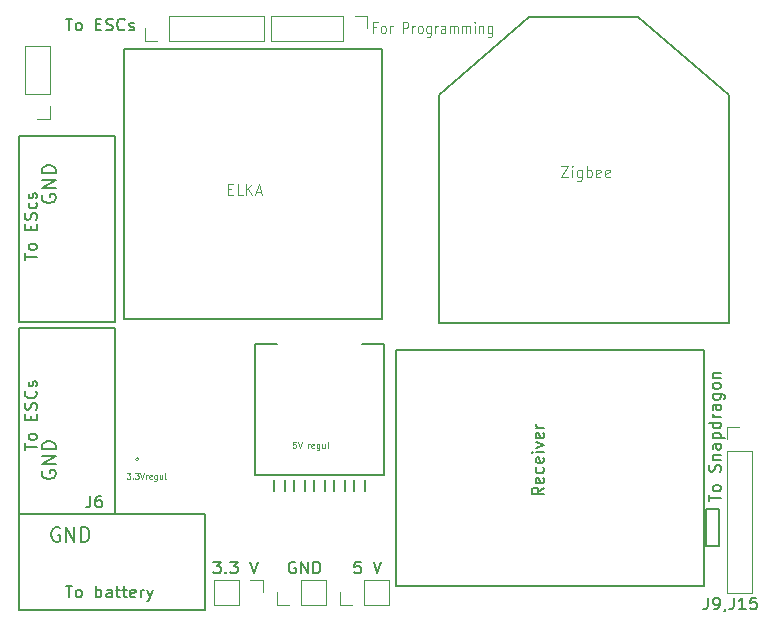
<source format=gbr>
G04 #@! TF.GenerationSoftware,KiCad,Pcbnew,5.0.0-rc3-unknown-3e22e5c~65~ubuntu16.04.1*
G04 #@! TF.CreationDate,2018-07-11T23:18:04-04:00*
G04 #@! TF.ProjectId,Phoenix_schema_new,50686F656E69785F736368656D615F6E,rev?*
G04 #@! TF.SameCoordinates,Original*
G04 #@! TF.FileFunction,Legend,Top*
G04 #@! TF.FilePolarity,Positive*
%FSLAX46Y46*%
G04 Gerber Fmt 4.6, Leading zero omitted, Abs format (unit mm)*
G04 Created by KiCad (PCBNEW 5.0.0-rc3-unknown-3e22e5c~65~ubuntu16.04.1) date Wed Jul 11 23:18:04 2018*
%MOMM*%
%LPD*%
G01*
G04 APERTURE LIST*
%ADD10C,0.200000*%
%ADD11C,0.150000*%
%ADD12C,0.120000*%
%ADD13C,0.152400*%
%ADD14C,0.100000*%
%ADD15C,0.050000*%
G04 APERTURE END LIST*
D10*
X133350000Y-73914000D02*
X111506000Y-73914000D01*
X133350000Y-96774000D02*
X133350000Y-73914000D01*
X111506000Y-96774000D02*
X133350000Y-96774000D01*
X111506000Y-73914000D02*
X111506000Y-96774000D01*
X104556000Y-86258285D02*
X104498857Y-86372571D01*
X104498857Y-86544000D01*
X104556000Y-86715428D01*
X104670285Y-86829714D01*
X104784571Y-86886857D01*
X105013142Y-86944000D01*
X105184571Y-86944000D01*
X105413142Y-86886857D01*
X105527428Y-86829714D01*
X105641714Y-86715428D01*
X105698857Y-86544000D01*
X105698857Y-86429714D01*
X105641714Y-86258285D01*
X105584571Y-86201142D01*
X105184571Y-86201142D01*
X105184571Y-86429714D01*
X105698857Y-85686857D02*
X104498857Y-85686857D01*
X105698857Y-85001142D01*
X104498857Y-85001142D01*
X105698857Y-84429714D02*
X104498857Y-84429714D01*
X104498857Y-84144000D01*
X104556000Y-83972571D01*
X104670285Y-83858285D01*
X104784571Y-83801142D01*
X105013142Y-83744000D01*
X105184571Y-83744000D01*
X105413142Y-83801142D01*
X105527428Y-83858285D01*
X105641714Y-83972571D01*
X105698857Y-84144000D01*
X105698857Y-84429714D01*
X104556000Y-109626285D02*
X104498857Y-109740571D01*
X104498857Y-109912000D01*
X104556000Y-110083428D01*
X104670285Y-110197714D01*
X104784571Y-110254857D01*
X105013142Y-110312000D01*
X105184571Y-110312000D01*
X105413142Y-110254857D01*
X105527428Y-110197714D01*
X105641714Y-110083428D01*
X105698857Y-109912000D01*
X105698857Y-109797714D01*
X105641714Y-109626285D01*
X105584571Y-109569142D01*
X105184571Y-109569142D01*
X105184571Y-109797714D01*
X105698857Y-109054857D02*
X104498857Y-109054857D01*
X105698857Y-108369142D01*
X104498857Y-108369142D01*
X105698857Y-107797714D02*
X104498857Y-107797714D01*
X104498857Y-107512000D01*
X104556000Y-107340571D01*
X104670285Y-107226285D01*
X104784571Y-107169142D01*
X105013142Y-107112000D01*
X105184571Y-107112000D01*
X105413142Y-107169142D01*
X105527428Y-107226285D01*
X105641714Y-107340571D01*
X105698857Y-107512000D01*
X105698857Y-107797714D01*
X106019714Y-114462000D02*
X105905428Y-114404857D01*
X105734000Y-114404857D01*
X105562571Y-114462000D01*
X105448285Y-114576285D01*
X105391142Y-114690571D01*
X105334000Y-114919142D01*
X105334000Y-115090571D01*
X105391142Y-115319142D01*
X105448285Y-115433428D01*
X105562571Y-115547714D01*
X105734000Y-115604857D01*
X105848285Y-115604857D01*
X106019714Y-115547714D01*
X106076857Y-115490571D01*
X106076857Y-115090571D01*
X105848285Y-115090571D01*
X106591142Y-115604857D02*
X106591142Y-114404857D01*
X107276857Y-115604857D01*
X107276857Y-114404857D01*
X107848285Y-115604857D02*
X107848285Y-114404857D01*
X108134000Y-114404857D01*
X108305428Y-114462000D01*
X108419714Y-114576285D01*
X108476857Y-114690571D01*
X108534000Y-114919142D01*
X108534000Y-115090571D01*
X108476857Y-115319142D01*
X108419714Y-115433428D01*
X108305428Y-115547714D01*
X108134000Y-115604857D01*
X107848285Y-115604857D01*
D11*
G04 #@! TO.C,Zigbee*
X162712400Y-77774800D02*
X162712400Y-97129600D01*
X162712400Y-97129600D02*
X138176000Y-97129600D01*
X138176000Y-97129600D02*
X138176000Y-77825600D01*
X154990800Y-71221600D02*
X162712400Y-77774800D01*
X138176000Y-77825600D02*
X145745200Y-71170800D01*
X145745200Y-71170800D02*
X154990800Y-71170800D01*
D12*
G04 #@! TO.C,To ESCs*
X123360000Y-73196000D02*
X123360000Y-71076000D01*
X115300000Y-73196000D02*
X123360000Y-73196000D01*
X115300000Y-71076000D02*
X123360000Y-71076000D01*
X115300000Y-73196000D02*
X115300000Y-71076000D01*
X114300000Y-73196000D02*
X113240000Y-73196000D01*
X113240000Y-73196000D02*
X113240000Y-72136000D01*
D11*
G04 #@! TO.C,To EScs*
X110744000Y-81280000D02*
X102616000Y-81280000D01*
X102616000Y-81280000D02*
X102616000Y-81407000D01*
X110744000Y-81280000D02*
X110744000Y-97028000D01*
X110744000Y-97028000D02*
X102616000Y-97028000D01*
X102616000Y-97028000D02*
X102616000Y-81407000D01*
G04 #@! TO.C,R1*
X134518400Y-99364800D02*
X134518400Y-119380000D01*
X134518400Y-119380000D02*
X160578800Y-119380000D01*
X160578800Y-119380000D02*
X160578800Y-99364800D01*
X160578800Y-99364800D02*
X134518400Y-99364800D01*
X161747200Y-112877600D02*
X161848800Y-112877600D01*
X161848800Y-112877600D02*
X161848800Y-115824000D01*
X161848800Y-115824000D02*
X161848800Y-115874800D01*
X161848800Y-115874800D02*
X161848800Y-115976400D01*
X161848800Y-115976400D02*
X160731200Y-115976400D01*
X160731200Y-115976400D02*
X160731200Y-112877600D01*
X160731200Y-112877600D02*
X161391600Y-112877600D01*
X161290000Y-112877600D02*
X161747200Y-112877600D01*
G04 #@! TO.C,J1*
X102616000Y-113284000D02*
X110744000Y-113284000D01*
X110744000Y-113284000D02*
X110744000Y-113157000D01*
X102616000Y-113284000D02*
X102616000Y-97536000D01*
X102616000Y-97536000D02*
X110744000Y-97536000D01*
X110744000Y-97536000D02*
X110744000Y-113157000D01*
D12*
G04 #@! TO.C,J16*
X123940000Y-71076000D02*
X123940000Y-73196000D01*
X130000000Y-71076000D02*
X123940000Y-71076000D01*
X130000000Y-73196000D02*
X123940000Y-73196000D01*
X130000000Y-71076000D02*
X130000000Y-73196000D01*
X131000000Y-71076000D02*
X132060000Y-71076000D01*
X132060000Y-71076000D02*
X132060000Y-72136000D01*
G04 #@! TO.C,J3*
X119114000Y-118828000D02*
X119114000Y-120948000D01*
X121174000Y-118828000D02*
X119114000Y-118828000D01*
X121174000Y-120948000D02*
X119114000Y-120948000D01*
X121174000Y-118828000D02*
X121174000Y-120948000D01*
X122174000Y-118828000D02*
X123234000Y-118828000D01*
X123234000Y-118828000D02*
X123234000Y-119888000D01*
G04 #@! TO.C,J4*
X128536000Y-120948000D02*
X128536000Y-118828000D01*
X126476000Y-120948000D02*
X128536000Y-120948000D01*
X126476000Y-118828000D02*
X128536000Y-118828000D01*
X126476000Y-120948000D02*
X126476000Y-118828000D01*
X125476000Y-120948000D02*
X124416000Y-120948000D01*
X124416000Y-120948000D02*
X124416000Y-119888000D01*
G04 #@! TO.C,J5*
X133870000Y-120948000D02*
X133870000Y-118828000D01*
X131810000Y-120948000D02*
X133870000Y-120948000D01*
X131810000Y-118828000D02*
X133870000Y-118828000D01*
X131810000Y-120948000D02*
X131810000Y-118828000D01*
X130810000Y-120948000D02*
X129750000Y-120948000D01*
X129750000Y-120948000D02*
X129750000Y-119888000D01*
D11*
G04 #@! TO.C,J6*
X102616000Y-113284000D02*
X102616000Y-121412000D01*
X102616000Y-121412000D02*
X102743000Y-121412000D01*
X102616000Y-113284000D02*
X118364000Y-113284000D01*
X118364000Y-113284000D02*
X118364000Y-121412000D01*
X118364000Y-121412000D02*
X102743000Y-121412000D01*
D12*
G04 #@! TO.C,J9\002CJ15*
X162516000Y-119994000D02*
X164636000Y-119994000D01*
X162516000Y-107934000D02*
X162516000Y-119994000D01*
X164636000Y-107934000D02*
X164636000Y-119994000D01*
X162516000Y-107934000D02*
X164636000Y-107934000D01*
X162516000Y-106934000D02*
X162516000Y-105874000D01*
X162516000Y-105874000D02*
X163576000Y-105874000D01*
D13*
G04 #@! TO.C,*
X124155200Y-110426500D02*
X124155200Y-111340900D01*
X125857000Y-110426500D02*
X125857000Y-111340900D01*
X127558800Y-110426500D02*
X127558800Y-111340900D01*
X129260600Y-110426500D02*
X129260600Y-111340900D01*
X130962400Y-110426500D02*
X130962400Y-111340900D01*
X125069600Y-110426500D02*
X125069600Y-111340900D01*
X126771400Y-110426500D02*
X126771400Y-111340900D01*
X128473200Y-110426500D02*
X128473200Y-111340900D01*
X130175000Y-110426500D02*
X130175000Y-111340900D01*
X131876800Y-110426500D02*
X131876800Y-111340900D01*
X122555000Y-109943900D02*
X133477000Y-109943900D01*
X133477000Y-109943900D02*
X133477000Y-98844100D01*
X133477000Y-98844100D02*
X131625340Y-98844100D01*
X122555000Y-98844100D02*
X122555000Y-109943900D01*
X124406660Y-98844100D02*
X122555000Y-98844100D01*
D14*
X112740000Y-108632000D02*
G75*
G03X112740000Y-108632000I-150000J0D01*
G01*
D12*
X105200000Y-73680000D02*
X103080000Y-73680000D01*
X105200000Y-77740000D02*
X105200000Y-73680000D01*
X103080000Y-77740000D02*
X103080000Y-73680000D01*
X105200000Y-77740000D02*
X103080000Y-77740000D01*
X105200000Y-78740000D02*
X105200000Y-79800000D01*
X105200000Y-79800000D02*
X104140000Y-79800000D01*
G04 #@! TO.C,Zigbee*
D15*
X148471200Y-83780380D02*
X149071200Y-83780380D01*
X148471200Y-84780380D01*
X149071200Y-84780380D01*
X149414057Y-84780380D02*
X149414057Y-84113714D01*
X149414057Y-83780380D02*
X149371200Y-83828000D01*
X149414057Y-83875619D01*
X149456914Y-83828000D01*
X149414057Y-83780380D01*
X149414057Y-83875619D01*
X150228342Y-84113714D02*
X150228342Y-84923238D01*
X150185485Y-85018476D01*
X150142628Y-85066095D01*
X150056914Y-85113714D01*
X149928342Y-85113714D01*
X149842628Y-85066095D01*
X150228342Y-84732761D02*
X150142628Y-84780380D01*
X149971200Y-84780380D01*
X149885485Y-84732761D01*
X149842628Y-84685142D01*
X149799771Y-84589904D01*
X149799771Y-84304190D01*
X149842628Y-84208952D01*
X149885485Y-84161333D01*
X149971200Y-84113714D01*
X150142628Y-84113714D01*
X150228342Y-84161333D01*
X150656914Y-84780380D02*
X150656914Y-83780380D01*
X150656914Y-84161333D02*
X150742628Y-84113714D01*
X150914057Y-84113714D01*
X150999771Y-84161333D01*
X151042628Y-84208952D01*
X151085485Y-84304190D01*
X151085485Y-84589904D01*
X151042628Y-84685142D01*
X150999771Y-84732761D01*
X150914057Y-84780380D01*
X150742628Y-84780380D01*
X150656914Y-84732761D01*
X151814057Y-84732761D02*
X151728342Y-84780380D01*
X151556914Y-84780380D01*
X151471200Y-84732761D01*
X151428342Y-84637523D01*
X151428342Y-84256571D01*
X151471200Y-84161333D01*
X151556914Y-84113714D01*
X151728342Y-84113714D01*
X151814057Y-84161333D01*
X151856914Y-84256571D01*
X151856914Y-84351809D01*
X151428342Y-84447047D01*
X152585485Y-84732761D02*
X152499771Y-84780380D01*
X152328342Y-84780380D01*
X152242628Y-84732761D01*
X152199771Y-84637523D01*
X152199771Y-84256571D01*
X152242628Y-84161333D01*
X152328342Y-84113714D01*
X152499771Y-84113714D01*
X152585485Y-84161333D01*
X152628342Y-84256571D01*
X152628342Y-84351809D01*
X152199771Y-84447047D01*
G04 #@! TO.C,To ESCs*
D11*
X106521619Y-71334380D02*
X107093047Y-71334380D01*
X106807333Y-72334380D02*
X106807333Y-71334380D01*
X107569238Y-72334380D02*
X107474000Y-72286761D01*
X107426380Y-72239142D01*
X107378761Y-72143904D01*
X107378761Y-71858190D01*
X107426380Y-71762952D01*
X107474000Y-71715333D01*
X107569238Y-71667714D01*
X107712095Y-71667714D01*
X107807333Y-71715333D01*
X107854952Y-71762952D01*
X107902571Y-71858190D01*
X107902571Y-72143904D01*
X107854952Y-72239142D01*
X107807333Y-72286761D01*
X107712095Y-72334380D01*
X107569238Y-72334380D01*
X109093047Y-71810571D02*
X109426380Y-71810571D01*
X109569238Y-72334380D02*
X109093047Y-72334380D01*
X109093047Y-71334380D01*
X109569238Y-71334380D01*
X109950190Y-72286761D02*
X110093047Y-72334380D01*
X110331142Y-72334380D01*
X110426380Y-72286761D01*
X110474000Y-72239142D01*
X110521619Y-72143904D01*
X110521619Y-72048666D01*
X110474000Y-71953428D01*
X110426380Y-71905809D01*
X110331142Y-71858190D01*
X110140666Y-71810571D01*
X110045428Y-71762952D01*
X109997809Y-71715333D01*
X109950190Y-71620095D01*
X109950190Y-71524857D01*
X109997809Y-71429619D01*
X110045428Y-71382000D01*
X110140666Y-71334380D01*
X110378761Y-71334380D01*
X110521619Y-71382000D01*
X111521619Y-72239142D02*
X111474000Y-72286761D01*
X111331142Y-72334380D01*
X111235904Y-72334380D01*
X111093047Y-72286761D01*
X110997809Y-72191523D01*
X110950190Y-72096285D01*
X110902571Y-71905809D01*
X110902571Y-71762952D01*
X110950190Y-71572476D01*
X110997809Y-71477238D01*
X111093047Y-71382000D01*
X111235904Y-71334380D01*
X111331142Y-71334380D01*
X111474000Y-71382000D01*
X111521619Y-71429619D01*
X111902571Y-72286761D02*
X111997809Y-72334380D01*
X112188285Y-72334380D01*
X112283523Y-72286761D01*
X112331142Y-72191523D01*
X112331142Y-72143904D01*
X112283523Y-72048666D01*
X112188285Y-72001047D01*
X112045428Y-72001047D01*
X111950190Y-71953428D01*
X111902571Y-71858190D01*
X111902571Y-71810571D01*
X111950190Y-71715333D01*
X112045428Y-71667714D01*
X112188285Y-71667714D01*
X112283523Y-71715333D01*
G04 #@! TO.C,ELKA*
D15*
X120273142Y-85780571D02*
X120573142Y-85780571D01*
X120701714Y-86304380D02*
X120273142Y-86304380D01*
X120273142Y-85304380D01*
X120701714Y-85304380D01*
X121516000Y-86304380D02*
X121087428Y-86304380D01*
X121087428Y-85304380D01*
X121816000Y-86304380D02*
X121816000Y-85304380D01*
X122330285Y-86304380D02*
X121944571Y-85732952D01*
X122330285Y-85304380D02*
X121816000Y-85875809D01*
X122673142Y-86018666D02*
X123101714Y-86018666D01*
X122587428Y-86304380D02*
X122887428Y-85304380D01*
X123187428Y-86304380D01*
G04 #@! TO.C,To EScs*
D11*
X103084380Y-91780952D02*
X103084380Y-91209523D01*
X104084380Y-91495238D02*
X103084380Y-91495238D01*
X104084380Y-90733333D02*
X104036761Y-90828571D01*
X103989142Y-90876190D01*
X103893904Y-90923809D01*
X103608190Y-90923809D01*
X103512952Y-90876190D01*
X103465333Y-90828571D01*
X103417714Y-90733333D01*
X103417714Y-90590476D01*
X103465333Y-90495238D01*
X103512952Y-90447619D01*
X103608190Y-90400000D01*
X103893904Y-90400000D01*
X103989142Y-90447619D01*
X104036761Y-90495238D01*
X104084380Y-90590476D01*
X104084380Y-90733333D01*
X103560571Y-89209523D02*
X103560571Y-88876190D01*
X104084380Y-88733333D02*
X104084380Y-89209523D01*
X103084380Y-89209523D01*
X103084380Y-88733333D01*
X104036761Y-88352380D02*
X104084380Y-88209523D01*
X104084380Y-87971428D01*
X104036761Y-87876190D01*
X103989142Y-87828571D01*
X103893904Y-87780952D01*
X103798666Y-87780952D01*
X103703428Y-87828571D01*
X103655809Y-87876190D01*
X103608190Y-87971428D01*
X103560571Y-88161904D01*
X103512952Y-88257142D01*
X103465333Y-88304761D01*
X103370095Y-88352380D01*
X103274857Y-88352380D01*
X103179619Y-88304761D01*
X103132000Y-88257142D01*
X103084380Y-88161904D01*
X103084380Y-87923809D01*
X103132000Y-87780952D01*
X104036761Y-86923809D02*
X104084380Y-87019047D01*
X104084380Y-87209523D01*
X104036761Y-87304761D01*
X103989142Y-87352380D01*
X103893904Y-87400000D01*
X103608190Y-87400000D01*
X103512952Y-87352380D01*
X103465333Y-87304761D01*
X103417714Y-87209523D01*
X103417714Y-87019047D01*
X103465333Y-86923809D01*
X104036761Y-86542857D02*
X104084380Y-86447619D01*
X104084380Y-86257142D01*
X104036761Y-86161904D01*
X103941523Y-86114285D01*
X103893904Y-86114285D01*
X103798666Y-86161904D01*
X103751047Y-86257142D01*
X103751047Y-86400000D01*
X103703428Y-86495238D01*
X103608190Y-86542857D01*
X103560571Y-86542857D01*
X103465333Y-86495238D01*
X103417714Y-86400000D01*
X103417714Y-86257142D01*
X103465333Y-86161904D01*
G04 #@! TO.C,R1*
X147010380Y-111045333D02*
X146534190Y-111378666D01*
X147010380Y-111616761D02*
X146010380Y-111616761D01*
X146010380Y-111235809D01*
X146058000Y-111140571D01*
X146105619Y-111092952D01*
X146200857Y-111045333D01*
X146343714Y-111045333D01*
X146438952Y-111092952D01*
X146486571Y-111140571D01*
X146534190Y-111235809D01*
X146534190Y-111616761D01*
X146962761Y-110235809D02*
X147010380Y-110331047D01*
X147010380Y-110521523D01*
X146962761Y-110616761D01*
X146867523Y-110664380D01*
X146486571Y-110664380D01*
X146391333Y-110616761D01*
X146343714Y-110521523D01*
X146343714Y-110331047D01*
X146391333Y-110235809D01*
X146486571Y-110188190D01*
X146581809Y-110188190D01*
X146677047Y-110664380D01*
X146962761Y-109331047D02*
X147010380Y-109426285D01*
X147010380Y-109616761D01*
X146962761Y-109712000D01*
X146915142Y-109759619D01*
X146819904Y-109807238D01*
X146534190Y-109807238D01*
X146438952Y-109759619D01*
X146391333Y-109712000D01*
X146343714Y-109616761D01*
X146343714Y-109426285D01*
X146391333Y-109331047D01*
X146962761Y-108521523D02*
X147010380Y-108616761D01*
X147010380Y-108807238D01*
X146962761Y-108902476D01*
X146867523Y-108950095D01*
X146486571Y-108950095D01*
X146391333Y-108902476D01*
X146343714Y-108807238D01*
X146343714Y-108616761D01*
X146391333Y-108521523D01*
X146486571Y-108473904D01*
X146581809Y-108473904D01*
X146677047Y-108950095D01*
X147010380Y-108045333D02*
X146343714Y-108045333D01*
X146010380Y-108045333D02*
X146058000Y-108092952D01*
X146105619Y-108045333D01*
X146058000Y-107997714D01*
X146010380Y-108045333D01*
X146105619Y-108045333D01*
X146343714Y-107664380D02*
X147010380Y-107426285D01*
X146343714Y-107188190D01*
X146962761Y-106426285D02*
X147010380Y-106521523D01*
X147010380Y-106712000D01*
X146962761Y-106807238D01*
X146867523Y-106854857D01*
X146486571Y-106854857D01*
X146391333Y-106807238D01*
X146343714Y-106712000D01*
X146343714Y-106521523D01*
X146391333Y-106426285D01*
X146486571Y-106378666D01*
X146581809Y-106378666D01*
X146677047Y-106854857D01*
X147010380Y-105950095D02*
X146343714Y-105950095D01*
X146534190Y-105950095D02*
X146438952Y-105902476D01*
X146391333Y-105854857D01*
X146343714Y-105759619D01*
X146343714Y-105664380D01*
G04 #@! TO.C,J1*
X106521714Y-119340380D02*
X107093142Y-119340380D01*
X106807428Y-120340380D02*
X106807428Y-119340380D01*
X107569333Y-120340380D02*
X107474095Y-120292761D01*
X107426476Y-120245142D01*
X107378857Y-120149904D01*
X107378857Y-119864190D01*
X107426476Y-119768952D01*
X107474095Y-119721333D01*
X107569333Y-119673714D01*
X107712190Y-119673714D01*
X107807428Y-119721333D01*
X107855047Y-119768952D01*
X107902666Y-119864190D01*
X107902666Y-120149904D01*
X107855047Y-120245142D01*
X107807428Y-120292761D01*
X107712190Y-120340380D01*
X107569333Y-120340380D01*
X109093142Y-120340380D02*
X109093142Y-119340380D01*
X109093142Y-119721333D02*
X109188380Y-119673714D01*
X109378857Y-119673714D01*
X109474095Y-119721333D01*
X109521714Y-119768952D01*
X109569333Y-119864190D01*
X109569333Y-120149904D01*
X109521714Y-120245142D01*
X109474095Y-120292761D01*
X109378857Y-120340380D01*
X109188380Y-120340380D01*
X109093142Y-120292761D01*
X110426476Y-120340380D02*
X110426476Y-119816571D01*
X110378857Y-119721333D01*
X110283619Y-119673714D01*
X110093142Y-119673714D01*
X109997904Y-119721333D01*
X110426476Y-120292761D02*
X110331238Y-120340380D01*
X110093142Y-120340380D01*
X109997904Y-120292761D01*
X109950285Y-120197523D01*
X109950285Y-120102285D01*
X109997904Y-120007047D01*
X110093142Y-119959428D01*
X110331238Y-119959428D01*
X110426476Y-119911809D01*
X110759809Y-119673714D02*
X111140761Y-119673714D01*
X110902666Y-119340380D02*
X110902666Y-120197523D01*
X110950285Y-120292761D01*
X111045523Y-120340380D01*
X111140761Y-120340380D01*
X111331238Y-119673714D02*
X111712190Y-119673714D01*
X111474095Y-119340380D02*
X111474095Y-120197523D01*
X111521714Y-120292761D01*
X111616952Y-120340380D01*
X111712190Y-120340380D01*
X112426476Y-120292761D02*
X112331238Y-120340380D01*
X112140761Y-120340380D01*
X112045523Y-120292761D01*
X111997904Y-120197523D01*
X111997904Y-119816571D01*
X112045523Y-119721333D01*
X112140761Y-119673714D01*
X112331238Y-119673714D01*
X112426476Y-119721333D01*
X112474095Y-119816571D01*
X112474095Y-119911809D01*
X111997904Y-120007047D01*
X112902666Y-120340380D02*
X112902666Y-119673714D01*
X112902666Y-119864190D02*
X112950285Y-119768952D01*
X112997904Y-119721333D01*
X113093142Y-119673714D01*
X113188380Y-119673714D01*
X113426476Y-119673714D02*
X113664571Y-120340380D01*
X113902666Y-119673714D02*
X113664571Y-120340380D01*
X113569333Y-120578476D01*
X113521714Y-120626095D01*
X113426476Y-120673714D01*
G04 #@! TO.C,J16*
D12*
X132842095Y-72064571D02*
X132575428Y-72064571D01*
X132575428Y-72588380D02*
X132575428Y-71588380D01*
X132956380Y-71588380D01*
X133375428Y-72588380D02*
X133299238Y-72540761D01*
X133261142Y-72493142D01*
X133223047Y-72397904D01*
X133223047Y-72112190D01*
X133261142Y-72016952D01*
X133299238Y-71969333D01*
X133375428Y-71921714D01*
X133489714Y-71921714D01*
X133565904Y-71969333D01*
X133604000Y-72016952D01*
X133642095Y-72112190D01*
X133642095Y-72397904D01*
X133604000Y-72493142D01*
X133565904Y-72540761D01*
X133489714Y-72588380D01*
X133375428Y-72588380D01*
X133984952Y-72588380D02*
X133984952Y-71921714D01*
X133984952Y-72112190D02*
X134023047Y-72016952D01*
X134061142Y-71969333D01*
X134137333Y-71921714D01*
X134213523Y-71921714D01*
X135089714Y-72588380D02*
X135089714Y-71588380D01*
X135394476Y-71588380D01*
X135470666Y-71636000D01*
X135508761Y-71683619D01*
X135546857Y-71778857D01*
X135546857Y-71921714D01*
X135508761Y-72016952D01*
X135470666Y-72064571D01*
X135394476Y-72112190D01*
X135089714Y-72112190D01*
X135889714Y-72588380D02*
X135889714Y-71921714D01*
X135889714Y-72112190D02*
X135927809Y-72016952D01*
X135965904Y-71969333D01*
X136042095Y-71921714D01*
X136118285Y-71921714D01*
X136499238Y-72588380D02*
X136423047Y-72540761D01*
X136384952Y-72493142D01*
X136346857Y-72397904D01*
X136346857Y-72112190D01*
X136384952Y-72016952D01*
X136423047Y-71969333D01*
X136499238Y-71921714D01*
X136613523Y-71921714D01*
X136689714Y-71969333D01*
X136727809Y-72016952D01*
X136765904Y-72112190D01*
X136765904Y-72397904D01*
X136727809Y-72493142D01*
X136689714Y-72540761D01*
X136613523Y-72588380D01*
X136499238Y-72588380D01*
X137451619Y-71921714D02*
X137451619Y-72731238D01*
X137413523Y-72826476D01*
X137375428Y-72874095D01*
X137299238Y-72921714D01*
X137184952Y-72921714D01*
X137108761Y-72874095D01*
X137451619Y-72540761D02*
X137375428Y-72588380D01*
X137223047Y-72588380D01*
X137146857Y-72540761D01*
X137108761Y-72493142D01*
X137070666Y-72397904D01*
X137070666Y-72112190D01*
X137108761Y-72016952D01*
X137146857Y-71969333D01*
X137223047Y-71921714D01*
X137375428Y-71921714D01*
X137451619Y-71969333D01*
X137832571Y-72588380D02*
X137832571Y-71921714D01*
X137832571Y-72112190D02*
X137870666Y-72016952D01*
X137908761Y-71969333D01*
X137984952Y-71921714D01*
X138061142Y-71921714D01*
X138670666Y-72588380D02*
X138670666Y-72064571D01*
X138632571Y-71969333D01*
X138556380Y-71921714D01*
X138404000Y-71921714D01*
X138327809Y-71969333D01*
X138670666Y-72540761D02*
X138594476Y-72588380D01*
X138404000Y-72588380D01*
X138327809Y-72540761D01*
X138289714Y-72445523D01*
X138289714Y-72350285D01*
X138327809Y-72255047D01*
X138404000Y-72207428D01*
X138594476Y-72207428D01*
X138670666Y-72159809D01*
X139051619Y-72588380D02*
X139051619Y-71921714D01*
X139051619Y-72016952D02*
X139089714Y-71969333D01*
X139165904Y-71921714D01*
X139280190Y-71921714D01*
X139356380Y-71969333D01*
X139394476Y-72064571D01*
X139394476Y-72588380D01*
X139394476Y-72064571D02*
X139432571Y-71969333D01*
X139508761Y-71921714D01*
X139623047Y-71921714D01*
X139699238Y-71969333D01*
X139737333Y-72064571D01*
X139737333Y-72588380D01*
X140118285Y-72588380D02*
X140118285Y-71921714D01*
X140118285Y-72016952D02*
X140156380Y-71969333D01*
X140232571Y-71921714D01*
X140346857Y-71921714D01*
X140423047Y-71969333D01*
X140461142Y-72064571D01*
X140461142Y-72588380D01*
X140461142Y-72064571D02*
X140499238Y-71969333D01*
X140575428Y-71921714D01*
X140689714Y-71921714D01*
X140765904Y-71969333D01*
X140804000Y-72064571D01*
X140804000Y-72588380D01*
X141184952Y-72588380D02*
X141184952Y-71921714D01*
X141184952Y-71588380D02*
X141146857Y-71636000D01*
X141184952Y-71683619D01*
X141223047Y-71636000D01*
X141184952Y-71588380D01*
X141184952Y-71683619D01*
X141565904Y-71921714D02*
X141565904Y-72588380D01*
X141565904Y-72016952D02*
X141604000Y-71969333D01*
X141680190Y-71921714D01*
X141794476Y-71921714D01*
X141870666Y-71969333D01*
X141908761Y-72064571D01*
X141908761Y-72588380D01*
X142632571Y-71921714D02*
X142632571Y-72731238D01*
X142594476Y-72826476D01*
X142556380Y-72874095D01*
X142480190Y-72921714D01*
X142365904Y-72921714D01*
X142289714Y-72874095D01*
X142632571Y-72540761D02*
X142556380Y-72588380D01*
X142404000Y-72588380D01*
X142327809Y-72540761D01*
X142289714Y-72493142D01*
X142251619Y-72397904D01*
X142251619Y-72112190D01*
X142289714Y-72016952D01*
X142327809Y-71969333D01*
X142404000Y-71921714D01*
X142556380Y-71921714D01*
X142632571Y-71969333D01*
G04 #@! TO.C,J3*
D11*
X119046857Y-117308380D02*
X119665904Y-117308380D01*
X119332571Y-117689333D01*
X119475428Y-117689333D01*
X119570666Y-117736952D01*
X119618285Y-117784571D01*
X119665904Y-117879809D01*
X119665904Y-118117904D01*
X119618285Y-118213142D01*
X119570666Y-118260761D01*
X119475428Y-118308380D01*
X119189714Y-118308380D01*
X119094476Y-118260761D01*
X119046857Y-118213142D01*
X120094476Y-118213142D02*
X120142095Y-118260761D01*
X120094476Y-118308380D01*
X120046857Y-118260761D01*
X120094476Y-118213142D01*
X120094476Y-118308380D01*
X120475428Y-117308380D02*
X121094476Y-117308380D01*
X120761142Y-117689333D01*
X120904000Y-117689333D01*
X120999238Y-117736952D01*
X121046857Y-117784571D01*
X121094476Y-117879809D01*
X121094476Y-118117904D01*
X121046857Y-118213142D01*
X120999238Y-118260761D01*
X120904000Y-118308380D01*
X120618285Y-118308380D01*
X120523047Y-118260761D01*
X120475428Y-118213142D01*
X122142095Y-117308380D02*
X122475428Y-118308380D01*
X122808761Y-117308380D01*
G04 #@! TO.C,J4*
X125984095Y-117356000D02*
X125888857Y-117308380D01*
X125746000Y-117308380D01*
X125603142Y-117356000D01*
X125507904Y-117451238D01*
X125460285Y-117546476D01*
X125412666Y-117736952D01*
X125412666Y-117879809D01*
X125460285Y-118070285D01*
X125507904Y-118165523D01*
X125603142Y-118260761D01*
X125746000Y-118308380D01*
X125841238Y-118308380D01*
X125984095Y-118260761D01*
X126031714Y-118213142D01*
X126031714Y-117879809D01*
X125841238Y-117879809D01*
X126460285Y-118308380D02*
X126460285Y-117308380D01*
X127031714Y-118308380D01*
X127031714Y-117308380D01*
X127507904Y-118308380D02*
X127507904Y-117308380D01*
X127746000Y-117308380D01*
X127888857Y-117356000D01*
X127984095Y-117451238D01*
X128031714Y-117546476D01*
X128079333Y-117736952D01*
X128079333Y-117879809D01*
X128031714Y-118070285D01*
X127984095Y-118165523D01*
X127888857Y-118260761D01*
X127746000Y-118308380D01*
X127507904Y-118308380D01*
G04 #@! TO.C,J5*
X131508571Y-117308380D02*
X131032380Y-117308380D01*
X130984761Y-117784571D01*
X131032380Y-117736952D01*
X131127619Y-117689333D01*
X131365714Y-117689333D01*
X131460952Y-117736952D01*
X131508571Y-117784571D01*
X131556190Y-117879809D01*
X131556190Y-118117904D01*
X131508571Y-118213142D01*
X131460952Y-118260761D01*
X131365714Y-118308380D01*
X131127619Y-118308380D01*
X131032380Y-118260761D01*
X130984761Y-118213142D01*
X132603809Y-117308380D02*
X132937142Y-118308380D01*
X133270476Y-117308380D01*
G04 #@! TO.C,J6*
X108632666Y-111720380D02*
X108632666Y-112434666D01*
X108585047Y-112577523D01*
X108489809Y-112672761D01*
X108346952Y-112720380D01*
X108251714Y-112720380D01*
X109537428Y-111720380D02*
X109346952Y-111720380D01*
X109251714Y-111768000D01*
X109204095Y-111815619D01*
X109108857Y-111958476D01*
X109061238Y-112148952D01*
X109061238Y-112529904D01*
X109108857Y-112625142D01*
X109156476Y-112672761D01*
X109251714Y-112720380D01*
X109442190Y-112720380D01*
X109537428Y-112672761D01*
X109585047Y-112625142D01*
X109632666Y-112529904D01*
X109632666Y-112291809D01*
X109585047Y-112196571D01*
X109537428Y-112148952D01*
X109442190Y-112101333D01*
X109251714Y-112101333D01*
X109156476Y-112148952D01*
X109108857Y-112196571D01*
X109061238Y-112291809D01*
X103084380Y-107854380D02*
X103084380Y-107282952D01*
X104084380Y-107568666D02*
X103084380Y-107568666D01*
X104084380Y-106806761D02*
X104036761Y-106902000D01*
X103989142Y-106949619D01*
X103893904Y-106997238D01*
X103608190Y-106997238D01*
X103512952Y-106949619D01*
X103465333Y-106902000D01*
X103417714Y-106806761D01*
X103417714Y-106663904D01*
X103465333Y-106568666D01*
X103512952Y-106521047D01*
X103608190Y-106473428D01*
X103893904Y-106473428D01*
X103989142Y-106521047D01*
X104036761Y-106568666D01*
X104084380Y-106663904D01*
X104084380Y-106806761D01*
X103560571Y-105282952D02*
X103560571Y-104949619D01*
X104084380Y-104806761D02*
X104084380Y-105282952D01*
X103084380Y-105282952D01*
X103084380Y-104806761D01*
X104036761Y-104425809D02*
X104084380Y-104282952D01*
X104084380Y-104044857D01*
X104036761Y-103949619D01*
X103989142Y-103902000D01*
X103893904Y-103854380D01*
X103798666Y-103854380D01*
X103703428Y-103902000D01*
X103655809Y-103949619D01*
X103608190Y-104044857D01*
X103560571Y-104235333D01*
X103512952Y-104330571D01*
X103465333Y-104378190D01*
X103370095Y-104425809D01*
X103274857Y-104425809D01*
X103179619Y-104378190D01*
X103132000Y-104330571D01*
X103084380Y-104235333D01*
X103084380Y-103997238D01*
X103132000Y-103854380D01*
X103989142Y-102854380D02*
X104036761Y-102902000D01*
X104084380Y-103044857D01*
X104084380Y-103140095D01*
X104036761Y-103282952D01*
X103941523Y-103378190D01*
X103846285Y-103425809D01*
X103655809Y-103473428D01*
X103512952Y-103473428D01*
X103322476Y-103425809D01*
X103227238Y-103378190D01*
X103132000Y-103282952D01*
X103084380Y-103140095D01*
X103084380Y-103044857D01*
X103132000Y-102902000D01*
X103179619Y-102854380D01*
X104036761Y-102473428D02*
X104084380Y-102378190D01*
X104084380Y-102187714D01*
X104036761Y-102092476D01*
X103941523Y-102044857D01*
X103893904Y-102044857D01*
X103798666Y-102092476D01*
X103751047Y-102187714D01*
X103751047Y-102330571D01*
X103703428Y-102425809D01*
X103608190Y-102473428D01*
X103560571Y-102473428D01*
X103465333Y-102425809D01*
X103417714Y-102330571D01*
X103417714Y-102187714D01*
X103465333Y-102092476D01*
G04 #@! TO.C,J9\002CJ15*
X160909238Y-120356380D02*
X160909238Y-121070666D01*
X160861619Y-121213523D01*
X160766380Y-121308761D01*
X160623523Y-121356380D01*
X160528285Y-121356380D01*
X161433047Y-121356380D02*
X161623523Y-121356380D01*
X161718761Y-121308761D01*
X161766380Y-121261142D01*
X161861619Y-121118285D01*
X161909238Y-120927809D01*
X161909238Y-120546857D01*
X161861619Y-120451619D01*
X161814000Y-120404000D01*
X161718761Y-120356380D01*
X161528285Y-120356380D01*
X161433047Y-120404000D01*
X161385428Y-120451619D01*
X161337809Y-120546857D01*
X161337809Y-120784952D01*
X161385428Y-120880190D01*
X161433047Y-120927809D01*
X161528285Y-120975428D01*
X161718761Y-120975428D01*
X161814000Y-120927809D01*
X161861619Y-120880190D01*
X161909238Y-120784952D01*
X162385428Y-121308761D02*
X162385428Y-121356380D01*
X162337809Y-121451619D01*
X162290190Y-121499238D01*
X163099714Y-120356380D02*
X163099714Y-121070666D01*
X163052095Y-121213523D01*
X162956857Y-121308761D01*
X162814000Y-121356380D01*
X162718761Y-121356380D01*
X164099714Y-121356380D02*
X163528285Y-121356380D01*
X163814000Y-121356380D02*
X163814000Y-120356380D01*
X163718761Y-120499238D01*
X163623523Y-120594476D01*
X163528285Y-120642095D01*
X165004476Y-120356380D02*
X164528285Y-120356380D01*
X164480666Y-120832571D01*
X164528285Y-120784952D01*
X164623523Y-120737333D01*
X164861619Y-120737333D01*
X164956857Y-120784952D01*
X165004476Y-120832571D01*
X165052095Y-120927809D01*
X165052095Y-121165904D01*
X165004476Y-121261142D01*
X164956857Y-121308761D01*
X164861619Y-121356380D01*
X164623523Y-121356380D01*
X164528285Y-121308761D01*
X164480666Y-121261142D01*
X160996380Y-112203809D02*
X160996380Y-111632380D01*
X161996380Y-111918095D02*
X160996380Y-111918095D01*
X161996380Y-111156190D02*
X161948761Y-111251428D01*
X161901142Y-111299047D01*
X161805904Y-111346666D01*
X161520190Y-111346666D01*
X161424952Y-111299047D01*
X161377333Y-111251428D01*
X161329714Y-111156190D01*
X161329714Y-111013333D01*
X161377333Y-110918095D01*
X161424952Y-110870476D01*
X161520190Y-110822857D01*
X161805904Y-110822857D01*
X161901142Y-110870476D01*
X161948761Y-110918095D01*
X161996380Y-111013333D01*
X161996380Y-111156190D01*
X161948761Y-109680000D02*
X161996380Y-109537142D01*
X161996380Y-109299047D01*
X161948761Y-109203809D01*
X161901142Y-109156190D01*
X161805904Y-109108571D01*
X161710666Y-109108571D01*
X161615428Y-109156190D01*
X161567809Y-109203809D01*
X161520190Y-109299047D01*
X161472571Y-109489523D01*
X161424952Y-109584761D01*
X161377333Y-109632380D01*
X161282095Y-109680000D01*
X161186857Y-109680000D01*
X161091619Y-109632380D01*
X161044000Y-109584761D01*
X160996380Y-109489523D01*
X160996380Y-109251428D01*
X161044000Y-109108571D01*
X161329714Y-108680000D02*
X161996380Y-108680000D01*
X161424952Y-108680000D02*
X161377333Y-108632380D01*
X161329714Y-108537142D01*
X161329714Y-108394285D01*
X161377333Y-108299047D01*
X161472571Y-108251428D01*
X161996380Y-108251428D01*
X161996380Y-107346666D02*
X161472571Y-107346666D01*
X161377333Y-107394285D01*
X161329714Y-107489523D01*
X161329714Y-107680000D01*
X161377333Y-107775238D01*
X161948761Y-107346666D02*
X161996380Y-107441904D01*
X161996380Y-107680000D01*
X161948761Y-107775238D01*
X161853523Y-107822857D01*
X161758285Y-107822857D01*
X161663047Y-107775238D01*
X161615428Y-107680000D01*
X161615428Y-107441904D01*
X161567809Y-107346666D01*
X161329714Y-106870476D02*
X162329714Y-106870476D01*
X161377333Y-106870476D02*
X161329714Y-106775238D01*
X161329714Y-106584761D01*
X161377333Y-106489523D01*
X161424952Y-106441904D01*
X161520190Y-106394285D01*
X161805904Y-106394285D01*
X161901142Y-106441904D01*
X161948761Y-106489523D01*
X161996380Y-106584761D01*
X161996380Y-106775238D01*
X161948761Y-106870476D01*
X161996380Y-105537142D02*
X160996380Y-105537142D01*
X161948761Y-105537142D02*
X161996380Y-105632380D01*
X161996380Y-105822857D01*
X161948761Y-105918095D01*
X161901142Y-105965714D01*
X161805904Y-106013333D01*
X161520190Y-106013333D01*
X161424952Y-105965714D01*
X161377333Y-105918095D01*
X161329714Y-105822857D01*
X161329714Y-105632380D01*
X161377333Y-105537142D01*
X161996380Y-105060952D02*
X161329714Y-105060952D01*
X161520190Y-105060952D02*
X161424952Y-105013333D01*
X161377333Y-104965714D01*
X161329714Y-104870476D01*
X161329714Y-104775238D01*
X161996380Y-104013333D02*
X161472571Y-104013333D01*
X161377333Y-104060952D01*
X161329714Y-104156190D01*
X161329714Y-104346666D01*
X161377333Y-104441904D01*
X161948761Y-104013333D02*
X161996380Y-104108571D01*
X161996380Y-104346666D01*
X161948761Y-104441904D01*
X161853523Y-104489523D01*
X161758285Y-104489523D01*
X161663047Y-104441904D01*
X161615428Y-104346666D01*
X161615428Y-104108571D01*
X161567809Y-104013333D01*
X161329714Y-103108571D02*
X162139238Y-103108571D01*
X162234476Y-103156190D01*
X162282095Y-103203809D01*
X162329714Y-103299047D01*
X162329714Y-103441904D01*
X162282095Y-103537142D01*
X161948761Y-103108571D02*
X161996380Y-103203809D01*
X161996380Y-103394285D01*
X161948761Y-103489523D01*
X161901142Y-103537142D01*
X161805904Y-103584761D01*
X161520190Y-103584761D01*
X161424952Y-103537142D01*
X161377333Y-103489523D01*
X161329714Y-103394285D01*
X161329714Y-103203809D01*
X161377333Y-103108571D01*
X161996380Y-102489523D02*
X161948761Y-102584761D01*
X161901142Y-102632380D01*
X161805904Y-102680000D01*
X161520190Y-102680000D01*
X161424952Y-102632380D01*
X161377333Y-102584761D01*
X161329714Y-102489523D01*
X161329714Y-102346666D01*
X161377333Y-102251428D01*
X161424952Y-102203809D01*
X161520190Y-102156190D01*
X161805904Y-102156190D01*
X161901142Y-102203809D01*
X161948761Y-102251428D01*
X161996380Y-102346666D01*
X161996380Y-102489523D01*
X161329714Y-101727619D02*
X161996380Y-101727619D01*
X161424952Y-101727619D02*
X161377333Y-101680000D01*
X161329714Y-101584761D01*
X161329714Y-101441904D01*
X161377333Y-101346666D01*
X161472571Y-101299047D01*
X161996380Y-101299047D01*
G04 #@! TO.C,*
D14*
X126015904Y-107168190D02*
X125777809Y-107168190D01*
X125754000Y-107406285D01*
X125777809Y-107382476D01*
X125825428Y-107358666D01*
X125944476Y-107358666D01*
X125992095Y-107382476D01*
X126015904Y-107406285D01*
X126039714Y-107453904D01*
X126039714Y-107572952D01*
X126015904Y-107620571D01*
X125992095Y-107644380D01*
X125944476Y-107668190D01*
X125825428Y-107668190D01*
X125777809Y-107644380D01*
X125754000Y-107620571D01*
X126182571Y-107168190D02*
X126349238Y-107668190D01*
X126515904Y-107168190D01*
X127063523Y-107668190D02*
X127063523Y-107334857D01*
X127063523Y-107430095D02*
X127087333Y-107382476D01*
X127111142Y-107358666D01*
X127158761Y-107334857D01*
X127206380Y-107334857D01*
X127563523Y-107644380D02*
X127515904Y-107668190D01*
X127420666Y-107668190D01*
X127373047Y-107644380D01*
X127349238Y-107596761D01*
X127349238Y-107406285D01*
X127373047Y-107358666D01*
X127420666Y-107334857D01*
X127515904Y-107334857D01*
X127563523Y-107358666D01*
X127587333Y-107406285D01*
X127587333Y-107453904D01*
X127349238Y-107501523D01*
X128015904Y-107334857D02*
X128015904Y-107739619D01*
X127992095Y-107787238D01*
X127968285Y-107811047D01*
X127920666Y-107834857D01*
X127849238Y-107834857D01*
X127801619Y-107811047D01*
X128015904Y-107644380D02*
X127968285Y-107668190D01*
X127873047Y-107668190D01*
X127825428Y-107644380D01*
X127801619Y-107620571D01*
X127777809Y-107572952D01*
X127777809Y-107430095D01*
X127801619Y-107382476D01*
X127825428Y-107358666D01*
X127873047Y-107334857D01*
X127968285Y-107334857D01*
X128015904Y-107358666D01*
X128468285Y-107334857D02*
X128468285Y-107668190D01*
X128254000Y-107334857D02*
X128254000Y-107596761D01*
X128277809Y-107644380D01*
X128325428Y-107668190D01*
X128396857Y-107668190D01*
X128444476Y-107644380D01*
X128468285Y-107620571D01*
X128777809Y-107668190D02*
X128730190Y-107644380D01*
X128706380Y-107596761D01*
X128706380Y-107168190D01*
D15*
X111721292Y-109818002D02*
X112021476Y-109818002D01*
X111859838Y-110002731D01*
X111929112Y-110002731D01*
X111975294Y-110025822D01*
X111998385Y-110048913D01*
X112021476Y-110095095D01*
X112021476Y-110210551D01*
X111998385Y-110256733D01*
X111975294Y-110279824D01*
X111929112Y-110302915D01*
X111790565Y-110302915D01*
X111744383Y-110279824D01*
X111721292Y-110256733D01*
X112229296Y-110256733D02*
X112252387Y-110279824D01*
X112229296Y-110302915D01*
X112206205Y-110279824D01*
X112229296Y-110256733D01*
X112229296Y-110302915D01*
X112414025Y-109818002D02*
X112714209Y-109818002D01*
X112552571Y-110002731D01*
X112621844Y-110002731D01*
X112668027Y-110025822D01*
X112691118Y-110048913D01*
X112714209Y-110095095D01*
X112714209Y-110210551D01*
X112691118Y-110256733D01*
X112668027Y-110279824D01*
X112621844Y-110302915D01*
X112483298Y-110302915D01*
X112437116Y-110279824D01*
X112414025Y-110256733D01*
X112852755Y-109818002D02*
X113014393Y-110302915D01*
X113176031Y-109818002D01*
X113337668Y-110302915D02*
X113337668Y-109979640D01*
X113337668Y-110072004D02*
X113360760Y-110025822D01*
X113383851Y-110002731D01*
X113430033Y-109979640D01*
X113476215Y-109979640D01*
X113822581Y-110279824D02*
X113776399Y-110302915D01*
X113684035Y-110302915D01*
X113637853Y-110279824D01*
X113614762Y-110233642D01*
X113614762Y-110048913D01*
X113637853Y-110002731D01*
X113684035Y-109979640D01*
X113776399Y-109979640D01*
X113822581Y-110002731D01*
X113845673Y-110048913D01*
X113845673Y-110095095D01*
X113614762Y-110141277D01*
X114261312Y-109979640D02*
X114261312Y-110372188D01*
X114238221Y-110418370D01*
X114215130Y-110441461D01*
X114168948Y-110464553D01*
X114099675Y-110464553D01*
X114053492Y-110441461D01*
X114261312Y-110279824D02*
X114215130Y-110302915D01*
X114122766Y-110302915D01*
X114076583Y-110279824D01*
X114053492Y-110256733D01*
X114030401Y-110210551D01*
X114030401Y-110072004D01*
X114053492Y-110025822D01*
X114076583Y-110002731D01*
X114122766Y-109979640D01*
X114215130Y-109979640D01*
X114261312Y-110002731D01*
X114700043Y-109979640D02*
X114700043Y-110302915D01*
X114492223Y-109979640D02*
X114492223Y-110233642D01*
X114515314Y-110279824D01*
X114561496Y-110302915D01*
X114630770Y-110302915D01*
X114676952Y-110279824D01*
X114700043Y-110256733D01*
X115000227Y-110302915D02*
X114954045Y-110279824D01*
X114930954Y-110233642D01*
X114930954Y-109818002D01*
G04 #@! TD*
M02*

</source>
